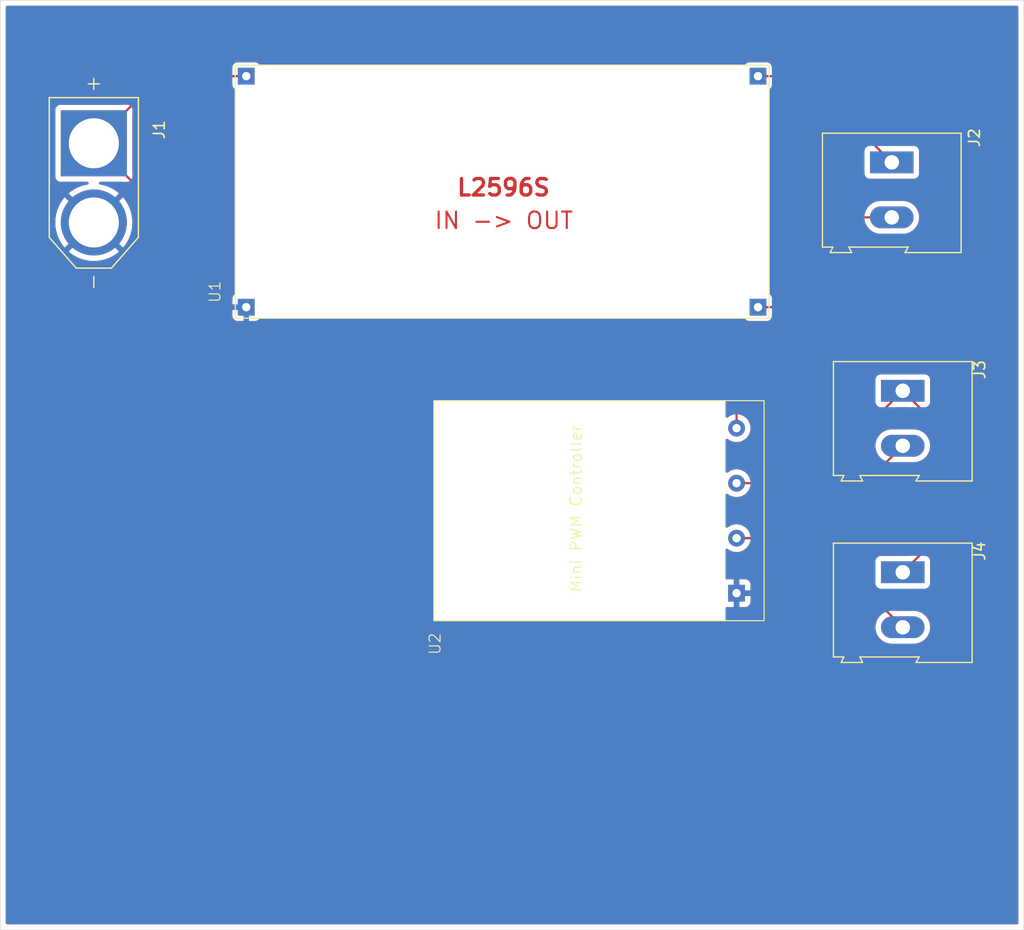
<source format=kicad_pcb>
(kicad_pcb (version 20240108) (generator "pcbnew") (generator_version "8.0")
  (layers (0 "F.Cu" signal) (31 "B.Cu" signal) (34 "B.Paste" user) (35 "F.Paste" user) (36 "B.SilkS" user "B.Silkscreen") (37 "F.SilkS" user "F.Silkscreen") (38 "B.Mask" user) (39 "F.Mask" user) (44 "Edge.Cuts" user))
  (net 0 "")
  (net 1 "GND")
  (net 2 "+15V")
  (net 3 "Net-(J2-Pin_1)")
  (net 4 "GND1")
  (net 5 "+12V")
  (net 6 "GND2")
  (footprint "Connectors_Custom:AMASS_XT60-M" (layer "F.Cu") (at 131.5 74.6 -90)
    (property "Reference" "J1" (at -4.825 -5.935 -90) (layer "F.SilkS"))
    (property "Value" "PWR Supply Port")
    (fp_line (start -7.75 4.05) (end -7.75 -4.05) (stroke (width 0.127)) (layer "F.SilkS"))
    (fp_line (start 4.95 4.05) (end -7.75 4.05) (stroke (width 0.127)) (layer "F.SilkS"))
    (fp_line (start 7.75 1.6) (end 4.95 4.05) (stroke (width 0.127)) (layer "F.SilkS"))
    (fp_line (start -9.5 0) (end -8.5 0) (stroke (width 0.127)) (layer "F.SilkS"))
    (fp_line (start 8.5 0) (end 9.5 0) (stroke (width 0.127)) (layer "F.SilkS"))
    (fp_line (start -9 -0.5) (end -9 0.5) (stroke (width 0.127)) (layer "F.SilkS"))
    (fp_line (start 7.75 -1.6) (end 7.75 1.6) (stroke (width 0.127)) (layer "F.SilkS"))
    (fp_line (start -7.75 -4.05) (end 4.95 -4.05) (stroke (width 0.127)) (layer "F.SilkS"))
    (fp_line (start 4.95 -4.05) (end 7.75 -1.6) (stroke (width 0.127)) (layer "F.SilkS"))
    (pad "N" thru_hole circle (at 3.6 0 270) (size 6 6) (drill 4.55) (layers "*.Cu" "*.Mask") (net 1 "GND"))
    (pad "P" thru_hole rect (at -3.6 0 270) (size 6 6) (drill 4.55) (layers "*.Cu" "*.Mask") (net 2 "+15V"))
  )
  (footprint "Converters_DCDC_Custom:Mini_PWM_Controller" (layer "F.Cu") (at 192.4 114.4 90)
    (property "Reference" "U2" (at -2.1 -29.9 90) (layer "F.SilkS") (effects (font (thickness 0.1))))
    (property "Value" "Mini PWM Controller")
    (fp_rect (start 0 -30) (end 20 0) (stroke (width 0.1)) (fill none) (layer "F.SilkS"))
    (fp_text user "Mini PWM Controller" (at 2.5 -16.5 90) (layer "F.SilkS") (effects (font (thickness 0.1)) (justify left bottom)))
    (pad "1" thru_hole rect (at 2.5 -2.5 90) (size 1.524 1.524) (drill 0.762) (layers "*.Cu" "*.Mask") (net 1 "GND"))
    (pad "2" thru_hole circle (at 7.5 -2.5 90) (size 1.524 1.524) (drill 0.762) (layers "*.Cu" "*.Mask") (net 6 "GND2"))
    (pad "3" thru_hole circle (at 12.5 -2.5 90) (size 1.524 1.524) (drill 0.762) (layers "*.Cu" "*.Mask") (net 5 "+12V"))
    (pad "4" thru_hole circle (at 17.5 -2.5 90) (size 1.524 1.524) (drill 0.762) (layers "*.Cu" "*.Mask") (net 2 "+15V"))
    (zone (net 0) (net_name "") (layers "F&B.Cu") (connect_pads (clearance 0)) (min_thickness 0.25)
      (keepout (tracks not_allowed) (vias not_allowed) (pads not_allowed) (copperpour not_allowed) (footprints not_allowed))
      (fill (thermal_gap 0.5) (thermal_bridge_width 0.5))
      (polygon (pts (xy 188.9 114.4) (xy 188.9 94.4) (xy 162.4 94.4) (xy 162.4 114.4)))
    )
  )
  (footprint "TerminalBlock:TerminalBlock_Altech_AK300-2_P5.00mm" (layer "F.Cu") (at 204 72.735 -90)
    (property "Reference" "J2" (at -2.235 -7.5 90) (layer "F.SilkS"))
    (property "Value" "Arduino Terminal")
    (fp_line (start -2.65 6.3) (end 7.7 6.3) (stroke (width 0.12)) (layer "F.SilkS"))
    (fp_line (start 7.7 6.3) (end 7.7 5.35) (stroke (width 0.12)) (layer "F.SilkS"))
    (fp_line (start 8.2 5.6) (end 8.2 3.7) (stroke (width 0.12)) (layer "F.SilkS"))
    (fp_line (start 7.7 5.35) (end 8.2 5.6) (stroke (width 0.12)) (layer "F.SilkS"))
    (fp_line (start 7.7 3.9) (end 7.7 -1.5) (stroke (width 0.12)) (layer "F.SilkS"))
    (fp_line (start 8.2 3.7) (end 8.2 3.65) (stroke (width 0.12)) (layer "F.SilkS"))
    (fp_line (start 8.2 3.65) (end 7.7 3.9) (stroke (width 0.12)) (layer "F.SilkS"))
    (fp_line (start 8.2 -1.2) (end 8.2 -6.3) (stroke (width 0.12)) (layer "F.SilkS"))
    (fp_line (start 7.7 -1.5) (end 8.2 -1.2) (stroke (width 0.12)) (layer "F.SilkS"))
    (fp_line (start -2.65 -6.3) (end -2.65 6.3) (stroke (width 0.12)) (layer "F.SilkS"))
    (fp_line (start 8.2 -6.3) (end -2.65 -6.3) (stroke (width 0.12)) (layer "F.SilkS"))
    (pad "1" thru_hole rect (at 0 0 270) (size 1.98 3.96) (drill 1.32) (layers "*.Cu" "*.Mask") (net 3 "Net-(J2-Pin_1)"))
    (pad "2" thru_hole oval (at 5 0 270) (size 1.98 3.96) (drill 1.32) (layers "*.Cu" "*.Mask") (net 4 "GND1"))
  )
  (footprint "Converters_DCDC_Custom:L2596S" (layer "F.Cu") (at 144.35 86.9)
    (property "Reference" "U1" (at -1.85 -2.4 90) (layer "F.SilkS") (effects (font (thickness 0.1))))
    (property "Value" "L2596S" (hide yes))
    (fp_rect (start 0 -23) (end 48.5 0) (stroke (width 0.1)) (fill none) (layer "F.SilkS"))
    (fp_text user "IN -> OUT" (at 18 -8 0) (layer "F.Cu") (effects (font (size 1.5 1.5) (thickness 0.1875)) (justify left bottom)))
    (fp_text user "L2596S" (at 20 -11 0) (layer "F.Cu") (effects (font (size 1.5 1.5) (thickness 0.3) (bold yes)) (justify left bottom)))
    (pad "1" thru_hole rect (at 1 -22) (size 1.524 1.524) (drill 0.762) (layers "*.Cu" "*.Mask") (net 2 "+15V"))
    (pad "2" thru_hole rect (at 1 -1) (size 1.524 1.524) (drill 0.762) (layers "*.Cu" "*.Mask") (net 1 "GND"))
    (pad "3" thru_hole rect (at 47.5 -22) (size 1.524 1.524) (drill 0.762) (layers "*.Cu" "*.Mask") (net 3 "Net-(J2-Pin_1)"))
    (pad "4" thru_hole rect (at 47.5 -1) (size 1.524 1.524) (drill 0.762) (layers "*.Cu" "*.Mask") (net 4 "GND1"))
    (zone (net 0) (net_name "") (layers "F&B.Cu") (connect_pads (clearance 0)) (min_thickness 0.25)
      (keepout (tracks not_allowed) (vias not_allowed) (pads not_allowed) (copperpour not_allowed) (footprints not_allowed))
      (fill (thermal_gap 0.5) (thermal_bridge_width 0.5))
      (polygon (pts (xy 146.35 65.9) (xy 146.35 63.9) (xy 190.85 63.9) (xy 190.85 65.9) (xy 192.85 65.9) (xy 192.85 84.9) (xy 190.85 84.9) (xy 190.85 86.9) (xy 146.35 86.9) (xy 146.35 84.9) (xy 144.35 84.9) (xy 144.35 65.9)))
    )
  )
  (footprint "TerminalBlock:TerminalBlock_Altech_AK300-2_P5.00mm" (layer "F.Cu") (at 205 110 -90)
    (property "Reference" "J4" (at -1.92 -6.99 90) (layer "F.SilkS"))
    (property "Value" "Motor 1 Terminal")
    (fp_line (start -2.65 6.3) (end 7.7 6.3) (stroke (width 0.12)) (layer "F.SilkS"))
    (fp_line (start 7.7 6.3) (end 7.7 5.35) (stroke (width 0.12)) (layer "F.SilkS"))
    (fp_line (start 8.2 5.6) (end 8.2 3.7) (stroke (width 0.12)) (layer "F.SilkS"))
    (fp_line (start 7.7 5.35) (end 8.2 5.6) (stroke (width 0.12)) (layer "F.SilkS"))
    (fp_line (start 7.7 3.9) (end 7.7 -1.5) (stroke (width 0.12)) (layer "F.SilkS"))
    (fp_line (start 8.2 3.7) (end 8.2 3.65) (stroke (width 0.12)) (layer "F.SilkS"))
    (fp_line (start 8.2 3.65) (end 7.7 3.9) (stroke (width 0.12)) (layer "F.SilkS"))
    (fp_line (start 8.2 -1.2) (end 8.2 -6.3) (stroke (width 0.12)) (layer "F.SilkS"))
    (fp_line (start 7.7 -1.5) (end 8.2 -1.2) (stroke (width 0.12)) (layer "F.SilkS"))
    (fp_line (start -2.65 -6.3) (end -2.65 6.3) (stroke (width 0.12)) (layer "F.SilkS"))
    (fp_line (start 8.2 -6.3) (end -2.65 -6.3) (stroke (width 0.12)) (layer "F.SilkS"))
    (pad "1" thru_hole rect (at 0 0 270) (size 1.98 3.96) (drill 1.32) (layers "*.Cu" "*.Mask") (net 5 "+12V"))
    (pad "2" thru_hole oval (at 5 0 270) (size 1.98 3.96) (drill 1.32) (layers "*.Cu" "*.Mask") (net 6 "GND2"))
  )
  (footprint "TerminalBlock:TerminalBlock_Altech_AK300-2_P5.00mm" (layer "F.Cu") (at 205 93.5 -90)
    (property "Reference" "J3" (at -1.92 -6.99 90) (layer "F.SilkS"))
    (property "Value" "Motor 2 Terminal")
    (fp_line (start -2.65 6.3) (end 7.7 6.3) (stroke (width 0.12)) (layer "F.SilkS"))
    (fp_line (start 7.7 6.3) (end 7.7 5.35) (stroke (width 0.12)) (layer "F.SilkS"))
    (fp_line (start 8.2 5.6) (end 8.2 3.7) (stroke (width 0.12)) (layer "F.SilkS"))
    (fp_line (start 7.7 5.35) (end 8.2 5.6) (stroke (width 0.12)) (layer "F.SilkS"))
    (fp_line (start 7.7 3.9) (end 7.7 -1.5) (stroke (width 0.12)) (layer "F.SilkS"))
    (fp_line (start 8.2 3.7) (end 8.2 3.65) (stroke (width 0.12)) (layer "F.SilkS"))
    (fp_line (start 8.2 3.65) (end 7.7 3.9) (stroke (width 0.12)) (layer "F.SilkS"))
    (fp_line (start 8.2 -1.2) (end 8.2 -6.3) (stroke (width 0.12)) (layer "F.SilkS"))
    (fp_line (start 7.7 -1.5) (end 8.2 -1.2) (stroke (width 0.12)) (layer "F.SilkS"))
    (fp_line (start -2.65 -6.3) (end -2.65 6.3) (stroke (width 0.12)) (layer "F.SilkS"))
    (fp_line (start 8.2 -6.3) (end -2.65 -6.3) (stroke (width 0.12)) (layer "F.SilkS"))
    (pad "1" thru_hole rect (at 0 0 270) (size 1.98 3.96) (drill 1.32) (layers "*.Cu" "*.Mask") (net 5 "+12V"))
    (pad "2" thru_hole oval (at 5 0 270) (size 1.98 3.96) (drill 1.32) (layers "*.Cu" "*.Mask") (net 6 "GND2"))
  )
  (gr_rect (start 123 58) (end 216 142.5) (stroke (width 0.05)) (fill none) (layer "Edge.Cuts"))
  (segment (start 131.5 78.2) (end 131.908578 78.2) (width 0.2) (layer "F.Cu") (net 1))
  (segment (start 144.5 90.5) (end 137.5 83.5) (width 0.2) (layer "F.Cu") (net 2))
  (segment (start 189.9 92.9) (end 187.5 90.5) (width 0.2) (layer "F.Cu") (net 2))
  (segment (start 137.6 64.9) (end 145.35 64.9) (width 0.2) (layer "F.Cu") (net 2))
  (segment (start 187.5 90.5) (end 144.5 90.5) (width 0.2) (layer "F.Cu") (net 2))
  (segment (start 137.5 77) (end 131.5 71) (width 0.2) (layer "F.Cu") (net 2))
  (segment (start 189.9 96.9) (end 189.9 92.9) (width 0.2) (layer "F.Cu") (net 2))
  (segment (start 137.5 83.5) (end 137.5 77) (width 0.2) (layer "F.Cu") (net 2))
  (segment (start 131.5 71) (end 137.6 64.9) (width 0.2) (layer "F.Cu") (net 2))
  (segment (start 196.165 64.9) (end 204 72.735) (width 0.2) (layer "F.Cu") (net 3))
  (segment (start 191.85 64.9) (end 196.165 64.9) (width 0.2) (layer "F.Cu") (net 3))
  (segment (start 191.85 85.9) (end 193.1 85.9) (width 0.2) (layer "F.Cu") (net 4))
  (segment (start 193.1 85.9) (end 201.265 77.735) (width 0.2) (layer "F.Cu") (net 4))
  (segment (start 201.265 77.735) (end 204 77.735) (width 0.2) (layer "F.Cu") (net 4))
  (segment (start 205 110) (end 208.5 106.5) (width 0.2) (layer "F.Cu") (net 5))
  (segment (start 196.6 101.9) (end 205 93.5) (width 0.2) (layer "F.Cu") (net 5))
  (segment (start 189.9 101.9) (end 196.6 101.9) (width 0.2) (layer "F.Cu") (net 5))
  (segment (start 208.5 97) (end 205 93.5) (width 0.2) (layer "F.Cu") (net 5))
  (segment (start 208.5 106.5) (end 208.5 97) (width 0.2) (layer "F.Cu") (net 5))
  (segment (start 189.9 106.9) (end 196.6 106.9) (width 0.2) (layer "F.Cu") (net 6))
  (segment (start 196.9 106.9) (end 205 115) (width 0.2) (layer "F.Cu") (net 6))
  (segment (start 189.9 106.9) (end 196.9 106.9) (width 0.2) (layer "F.Cu") (net 6))
  (segment (start 196.6 106.9) (end 205 98.5) (width 0.2) (layer "F.Cu") (net 6))
  (zone (net 1) (net_name "GND") (layers "F&B.Cu") (connect_pads (clearance 0.5)) (min_thickness 0.25) (fill yes (thermal_gap 0.5) (thermal_bridge_width 0.5))
    (polygon (pts (xy 123 58) (xy 216 58) (xy 216 142.5) (xy 123 142.5)))
  )
)
</source>
